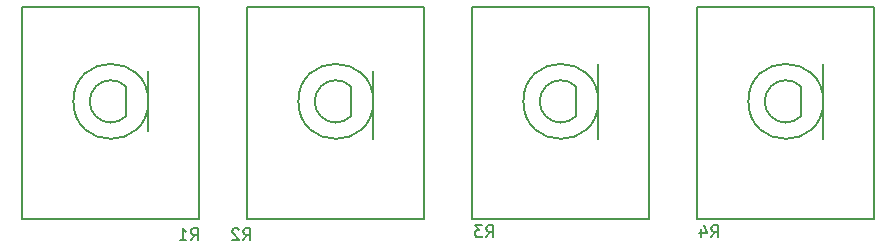
<source format=gbr>
G04 #@! TF.GenerationSoftware,KiCad,Pcbnew,(5.0.1)-3*
G04 #@! TF.CreationDate,2018-12-06T21:01:50-08:00*
G04 #@! TF.ProjectId,500-1071,3530302D313037312E6B696361645F70,A*
G04 #@! TF.SameCoordinates,Original*
G04 #@! TF.FileFunction,Legend,Bot*
G04 #@! TF.FilePolarity,Positive*
%FSLAX46Y46*%
G04 Gerber Fmt 4.6, Leading zero omitted, Abs format (unit mm)*
G04 Created by KiCad (PCBNEW (5.0.1)-3) date 12/6/2018 9:01:50 PM*
%MOMM*%
%LPD*%
G01*
G04 APERTURE LIST*
%ADD10C,0.200000*%
%ADD11C,0.150000*%
G04 APERTURE END LIST*
D10*
X238125000Y-106045000D02*
X238125000Y-112395000D01*
X219075000Y-106045000D02*
X219075000Y-112395000D01*
X200025000Y-106680000D02*
X200025000Y-112395000D01*
X180975000Y-106680000D02*
X180975000Y-111760000D01*
D11*
G04 #@! TO.C,R3*
X217170000Y-110490000D02*
G75*
G02X214630000Y-110490000I-1270000J1270000D01*
G01*
X214630000Y-110490000D02*
G75*
G02X214630000Y-107950000I1270000J1270000D01*
G01*
X214630000Y-107950000D02*
G75*
G02X217170000Y-107950000I1270000J-1270000D01*
G01*
X217170000Y-107950000D02*
X217170000Y-110490000D01*
X219075000Y-109220000D02*
G75*
G03X219075000Y-109220000I-3175000J0D01*
G01*
X223400000Y-119220000D02*
X208400000Y-119220000D01*
X208400000Y-119220000D02*
X208400000Y-101220000D01*
X208400000Y-101220000D02*
X223400000Y-101220000D01*
X223400000Y-101220000D02*
X223400000Y-119220000D01*
G04 #@! TO.C,R4*
X236220000Y-110490000D02*
G75*
G02X233680000Y-110490000I-1270000J1270000D01*
G01*
X233680000Y-110490000D02*
G75*
G02X233680000Y-107950000I1270000J1270000D01*
G01*
X233680000Y-107950000D02*
G75*
G02X236220000Y-107950000I1270000J-1270000D01*
G01*
X236220000Y-107950000D02*
X236220000Y-110490000D01*
X238125000Y-109220000D02*
G75*
G03X238125000Y-109220000I-3175000J0D01*
G01*
X242450000Y-119220000D02*
X227450000Y-119220000D01*
X227450000Y-119220000D02*
X227450000Y-101220000D01*
X227450000Y-101220000D02*
X242450000Y-101220000D01*
X242450000Y-101220000D02*
X242450000Y-119220000D01*
G04 #@! TO.C,R1*
X179070000Y-110490000D02*
G75*
G02X176530000Y-110490000I-1270000J1270000D01*
G01*
X176530000Y-110490000D02*
G75*
G02X176530000Y-107950000I1270000J1270000D01*
G01*
X176530000Y-107950000D02*
G75*
G02X179070000Y-107950000I1270000J-1270000D01*
G01*
X179070000Y-107950000D02*
X179070000Y-110490000D01*
X180975000Y-109220000D02*
G75*
G03X180975000Y-109220000I-3175000J0D01*
G01*
X185300000Y-119220000D02*
X170300000Y-119220000D01*
X170300000Y-119220000D02*
X170300000Y-101220000D01*
X170300000Y-101220000D02*
X185300000Y-101220000D01*
X185300000Y-101220000D02*
X185300000Y-119220000D01*
G04 #@! TO.C,R2*
X198120000Y-110490000D02*
G75*
G02X195580000Y-110490000I-1270000J1270000D01*
G01*
X195580000Y-110490000D02*
G75*
G02X195580000Y-107950000I1270000J1270000D01*
G01*
X195580000Y-107950000D02*
G75*
G02X198120000Y-107950000I1270000J-1270000D01*
G01*
X198120000Y-107950000D02*
X198120000Y-110490000D01*
X200025000Y-109220000D02*
G75*
G03X200025000Y-109220000I-3175000J0D01*
G01*
X204350000Y-119220000D02*
X189350000Y-119220000D01*
X189350000Y-119220000D02*
X189350000Y-101220000D01*
X189350000Y-101220000D02*
X204350000Y-101220000D01*
X204350000Y-101220000D02*
X204350000Y-119220000D01*
G04 #@! TO.C,R3*
X209589666Y-120721380D02*
X209923000Y-120245190D01*
X210161095Y-120721380D02*
X210161095Y-119721380D01*
X209780142Y-119721380D01*
X209684904Y-119769000D01*
X209637285Y-119816619D01*
X209589666Y-119911857D01*
X209589666Y-120054714D01*
X209637285Y-120149952D01*
X209684904Y-120197571D01*
X209780142Y-120245190D01*
X210161095Y-120245190D01*
X209256333Y-119721380D02*
X208637285Y-119721380D01*
X208970619Y-120102333D01*
X208827761Y-120102333D01*
X208732523Y-120149952D01*
X208684904Y-120197571D01*
X208637285Y-120292809D01*
X208637285Y-120530904D01*
X208684904Y-120626142D01*
X208732523Y-120673761D01*
X208827761Y-120721380D01*
X209113476Y-120721380D01*
X209208714Y-120673761D01*
X209256333Y-120626142D01*
G04 #@! TO.C,R4*
X228639666Y-120721380D02*
X228973000Y-120245190D01*
X229211095Y-120721380D02*
X229211095Y-119721380D01*
X228830142Y-119721380D01*
X228734904Y-119769000D01*
X228687285Y-119816619D01*
X228639666Y-119911857D01*
X228639666Y-120054714D01*
X228687285Y-120149952D01*
X228734904Y-120197571D01*
X228830142Y-120245190D01*
X229211095Y-120245190D01*
X227782523Y-120054714D02*
X227782523Y-120721380D01*
X228020619Y-119673761D02*
X228258714Y-120388047D01*
X227639666Y-120388047D01*
G04 #@! TO.C,R1*
X184570666Y-120975380D02*
X184904000Y-120499190D01*
X185142095Y-120975380D02*
X185142095Y-119975380D01*
X184761142Y-119975380D01*
X184665904Y-120023000D01*
X184618285Y-120070619D01*
X184570666Y-120165857D01*
X184570666Y-120308714D01*
X184618285Y-120403952D01*
X184665904Y-120451571D01*
X184761142Y-120499190D01*
X185142095Y-120499190D01*
X183618285Y-120975380D02*
X184189714Y-120975380D01*
X183904000Y-120975380D02*
X183904000Y-119975380D01*
X183999238Y-120118238D01*
X184094476Y-120213476D01*
X184189714Y-120261095D01*
G04 #@! TO.C,R2*
X189015666Y-120975380D02*
X189349000Y-120499190D01*
X189587095Y-120975380D02*
X189587095Y-119975380D01*
X189206142Y-119975380D01*
X189110904Y-120023000D01*
X189063285Y-120070619D01*
X189015666Y-120165857D01*
X189015666Y-120308714D01*
X189063285Y-120403952D01*
X189110904Y-120451571D01*
X189206142Y-120499190D01*
X189587095Y-120499190D01*
X188634714Y-120070619D02*
X188587095Y-120023000D01*
X188491857Y-119975380D01*
X188253761Y-119975380D01*
X188158523Y-120023000D01*
X188110904Y-120070619D01*
X188063285Y-120165857D01*
X188063285Y-120261095D01*
X188110904Y-120403952D01*
X188682333Y-120975380D01*
X188063285Y-120975380D01*
G04 #@! TD*
M02*

</source>
